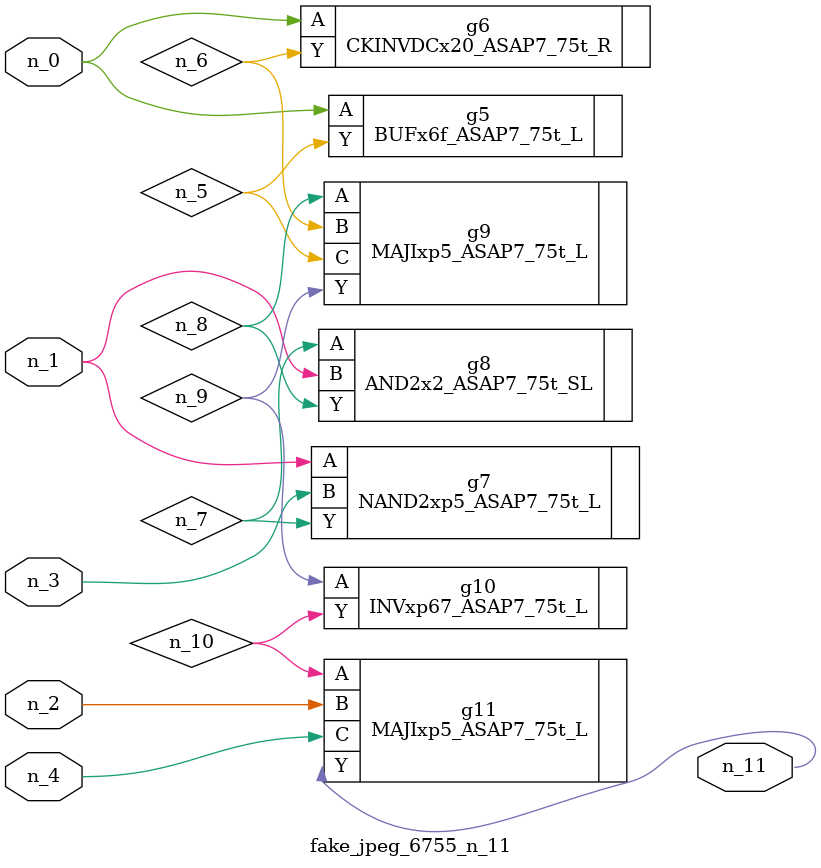
<source format=v>
module fake_jpeg_6755_n_11 (n_3, n_2, n_1, n_0, n_4, n_11);

input n_3;
input n_2;
input n_1;
input n_0;
input n_4;

output n_11;

wire n_10;
wire n_8;
wire n_9;
wire n_6;
wire n_5;
wire n_7;

BUFx6f_ASAP7_75t_L g5 ( 
.A(n_0),
.Y(n_5)
);

CKINVDCx20_ASAP7_75t_R g6 ( 
.A(n_0),
.Y(n_6)
);

NAND2xp5_ASAP7_75t_L g7 ( 
.A(n_1),
.B(n_3),
.Y(n_7)
);

AND2x2_ASAP7_75t_SL g8 ( 
.A(n_7),
.B(n_1),
.Y(n_8)
);

MAJIxp5_ASAP7_75t_L g9 ( 
.A(n_8),
.B(n_6),
.C(n_5),
.Y(n_9)
);

INVxp67_ASAP7_75t_L g10 ( 
.A(n_9),
.Y(n_10)
);

MAJIxp5_ASAP7_75t_L g11 ( 
.A(n_10),
.B(n_2),
.C(n_4),
.Y(n_11)
);


endmodule
</source>
